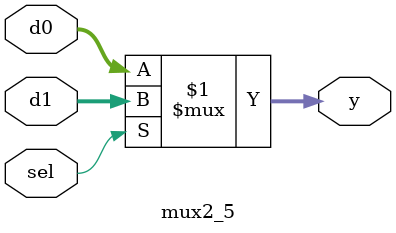
<source format=v>
module mux2_5 (
    input       [4:0] d0, d1,
    input       sel,
    output      [4:0] y
);

assign y = sel ? d1 : d0;

endmodule
</source>
